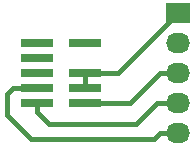
<source format=gbr>
G04 #@! TF.FileFunction,Copper,L1,Top,Signal*
%FSLAX46Y46*%
G04 Gerber Fmt 4.6, Leading zero omitted, Abs format (unit mm)*
G04 Created by KiCad (PCBNEW 0.201501011931+5347~20~ubuntu14.04.1-product) date Tue 06 Jan 2015 03:25:15 PM EST*
%MOMM*%
G01*
G04 APERTURE LIST*
%ADD10C,0.100000*%
%ADD11R,2.794000X0.736600*%
%ADD12R,2.032000X1.727200*%
%ADD13O,2.032000X1.727200*%
%ADD14C,0.381000*%
G04 APERTURE END LIST*
D10*
D11*
X9906000Y-10160000D03*
X9906000Y-8890000D03*
X9906000Y-7620000D03*
X9906000Y-5080000D03*
X5842000Y-10160000D03*
X5842000Y-8890000D03*
X5842000Y-7620000D03*
X5842000Y-6350000D03*
X5842000Y-5080000D03*
D12*
X17780000Y-2540000D03*
D13*
X17780000Y-5080000D03*
X17780000Y-7620000D03*
X17780000Y-10160000D03*
X17780000Y-12700000D03*
D14*
X9906000Y-10160000D02*
X13716000Y-10160000D01*
X16256000Y-7620000D02*
X17780000Y-7620000D01*
X13716000Y-10160000D02*
X16256000Y-7620000D01*
X9906000Y-7620000D02*
X12700000Y-7620000D01*
X12700000Y-7620000D02*
X17780000Y-2540000D01*
X9906000Y-8890000D02*
X9906000Y-7620000D01*
X10934700Y-7620000D02*
X9906000Y-7620000D01*
X5842000Y-10160000D02*
X5842000Y-10922000D01*
X16002000Y-10160000D02*
X17780000Y-10160000D01*
X14224000Y-11938000D02*
X16002000Y-10160000D01*
X6858000Y-11938000D02*
X14224000Y-11938000D01*
X5842000Y-10922000D02*
X6858000Y-11938000D01*
X5943601Y-10261601D02*
X5842000Y-10261601D01*
X5842000Y-8890000D02*
X3810000Y-8890000D01*
X16256000Y-12700000D02*
X17780000Y-12700000D01*
X15748000Y-13208000D02*
X16256000Y-12700000D01*
X5334000Y-13208000D02*
X15748000Y-13208000D01*
X3302000Y-11176000D02*
X5334000Y-13208000D01*
X3302000Y-9398000D02*
X3302000Y-11176000D01*
X3810000Y-8890000D02*
X3302000Y-9398000D01*
M02*

</source>
